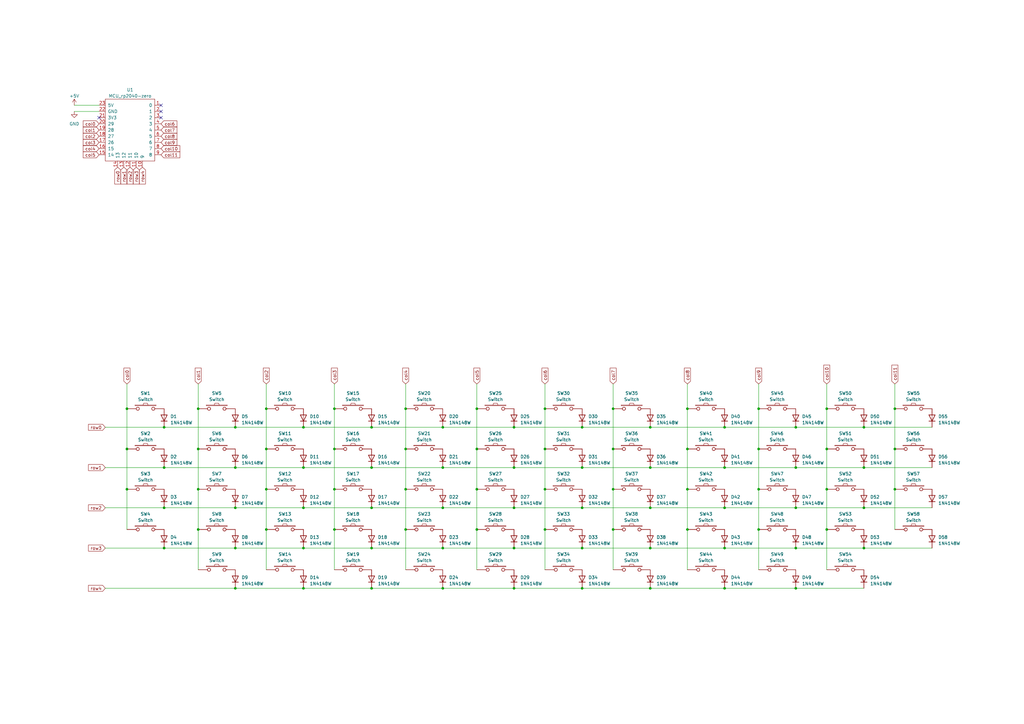
<source format=kicad_sch>
(kicad_sch (version 20230121) (generator eeschema)
  (paper "A3")
  (lib_symbols
    (symbol "Diode:1N4148W" (pin_numbers hide) (pin_names hide)
      (property "Reference" "D" (at 0 2.54 0))
      (property "Value" "1N4148W" (at 0 -2.54 0))
      (symbol "1N4148W_1_1"
        (pin passive line (at -3.81 0 0) (length 2.54) (name "K") (number "1"))
        (pin passive line (at 3.81 0 180) (length 2.54) (name "A") (number "2"))
      )
    )
    (symbol "power:+5V" (power) (pin_names (offset 0))
      (property "Value" "+5V" (at 0 3.556 0))
      (symbol "+5V_1_1"
        (pin power_in line (at 0 0 90) (length 0) hide (name "+5V") (number "1"))
      )
    )
    (symbol "power:GND" (power) (pin_names (offset 0))
      (property "Value" "GND" (at 0 -3.81 0))
      (symbol "GND_1_1"
        (pin power_in line (at 0 0 270) (length 0) hide (name "GND") (number "1"))
      )
    )
    (symbol "zzkeeb:MCU_rp2040-zero" (pin_names (offset 1.016))
      (property "Reference" "U" (at 0 15.24 0))
      (property "Value" "MCU_rp2040-zero" (at 0 12.7 0))
      (symbol "MCU_rp2040-zero_1_1"
        (pin bidirectional line (at 12.7 8.89 180) (length 2.54) (name "0") (number "1"))
        (pin bidirectional line (at 5.08 -16.51 90) (length 2.54) (name "9") (number "10"))
        (pin bidirectional line (at 2.54 -16.51 90) (length 2.54) (name "10") (number "11"))
        (pin bidirectional line (at 0 -16.51 90) (length 2.54) (name "11") (number "12"))
        (pin bidirectional line (at -2.54 -16.51 90) (length 2.54) (name "12") (number "13"))
        (pin bidirectional line (at -5.08 -16.51 90) (length 2.54) (name "13") (number "14"))
        (pin bidirectional line (at -12.7 -11.43 0) (length 2.54) (name "14") (number "15"))
        (pin bidirectional line (at -12.7 -8.89 0) (length 2.54) (name "15") (number "16"))
        (pin bidirectional line (at -12.7 -6.35 0) (length 2.54) (name "26") (number "17"))
        (pin bidirectional line (at -12.7 -3.81 0) (length 2.54) (name "27") (number "18"))
        (pin bidirectional line (at -12.7 -1.27 0) (length 2.54) (name "28") (number "19"))
        (pin bidirectional line (at 12.7 6.35 180) (length 2.54) (name "1") (number "2"))
        (pin bidirectional line (at -12.7 1.27 0) (length 2.54) (name "29") (number "20"))
        (pin power_out line (at -12.7 3.81 0) (length 2.54) (name "3V3") (number "21"))
        (pin power_out line (at -12.7 6.35 0) (length 2.54) (name "GND") (number "22"))
        (pin power_out line (at -12.7 8.89 0) (length 2.54) (name "5V") (number "23"))
        (pin bidirectional line (at 12.7 3.81 180) (length 2.54) (name "2") (number "3"))
        (pin bidirectional line (at 12.7 1.27 180) (length 2.54) (name "3") (number "4"))
        (pin bidirectional line (at 12.7 -1.27 180) (length 2.54) (name "4") (number "5"))
        (pin bidirectional line (at 12.7 -3.81 180) (length 2.54) (name "5") (number "6"))
        (pin bidirectional line (at 12.7 -6.35 180) (length 2.54) (name "6") (number "7"))
        (pin bidirectional line (at 12.7 -8.89 180) (length 2.54) (name "7") (number "8"))
        (pin bidirectional line (at 12.7 -11.43 180) (length 2.54) (name "8") (number "9"))
      )
    )
    (symbol "zzkeeb:Switch" (pin_numbers hide) (pin_names (offset 1.016) hide)
      (property "Reference" "SW" (at 0 6.35 0))
      (property "Value" "Switch" (at 0 3.81 0))
      (symbol "Switch_0_1"
        (pin passive inverted (at -7.62 0 0) (length 5.08) (name "1") (number "1"))
        (pin passive inverted (at 7.62 0 180) (length 5.08) (name "2") (number "2"))
      )
    )
  )
  (junction (at 195.58 167.64))
  (junction (at 297.18 241.3))
  (junction (at 311.15 167.64))
  (junction (at 181.61 208.28))
  (junction (at 297.18 191.77))
  (junction (at 137.16 184.15))
  (junction (at 311.15 217.17))
  (junction (at 152.4 208.28))
  (junction (at 311.15 200.66))
  (junction (at 251.46 217.17))
  (junction (at 266.7 191.77))
  (junction (at 238.76 224.79))
  (junction (at 367.03 200.66))
  (junction (at 339.09 167.64))
  (junction (at 210.82 175.26))
  (junction (at 109.22 217.17))
  (junction (at 52.07 200.66))
  (junction (at 297.18 208.28))
  (junction (at 354.33 224.79))
  (junction (at 109.22 200.66))
  (junction (at 166.37 200.66))
  (junction (at 166.37 217.17))
  (junction (at 251.46 200.66))
  (junction (at 297.18 175.26))
  (junction (at 238.76 191.77))
  (junction (at 96.52 191.77))
  (junction (at 137.16 200.66))
  (junction (at 223.52 217.17))
  (junction (at 367.03 184.15))
  (junction (at 210.82 208.28))
  (junction (at 281.94 217.17))
  (junction (at 326.39 208.28))
  (junction (at 81.28 200.66))
  (junction (at 266.7 175.26))
  (junction (at 152.4 175.26))
  (junction (at 326.39 175.26))
  (junction (at 152.4 191.77))
  (junction (at 238.76 175.26))
  (junction (at 266.7 208.28))
  (junction (at 367.03 167.64))
  (junction (at 152.4 241.3))
  (junction (at 181.61 241.3))
  (junction (at 96.52 241.3))
  (junction (at 195.58 217.17))
  (junction (at 124.46 241.3))
  (junction (at 166.37 184.15))
  (junction (at 339.09 217.17))
  (junction (at 109.22 167.64))
  (junction (at 137.16 167.64))
  (junction (at 181.61 175.26))
  (junction (at 166.37 167.64))
  (junction (at 52.07 167.64))
  (junction (at 109.22 184.15))
  (junction (at 67.31 175.26))
  (junction (at 195.58 184.15))
  (junction (at 251.46 184.15))
  (junction (at 326.39 224.79))
  (junction (at 96.52 175.26))
  (junction (at 137.16 217.17))
  (junction (at 96.52 224.79))
  (junction (at 81.28 217.17))
  (junction (at 339.09 184.15))
  (junction (at 339.09 200.66))
  (junction (at 67.31 224.79))
  (junction (at 52.07 184.15))
  (junction (at 238.76 208.28))
  (junction (at 266.7 241.3))
  (junction (at 124.46 224.79))
  (junction (at 195.58 200.66))
  (junction (at 281.94 184.15))
  (junction (at 210.82 224.79))
  (junction (at 124.46 175.26))
  (junction (at 81.28 184.15))
  (junction (at 281.94 167.64))
  (junction (at 223.52 167.64))
  (junction (at 181.61 191.77))
  (junction (at 251.46 167.64))
  (junction (at 281.94 200.66))
  (junction (at 81.28 167.64))
  (junction (at 124.46 191.77))
  (junction (at 238.76 241.3))
  (junction (at 210.82 191.77))
  (junction (at 96.52 208.28))
  (junction (at 354.33 191.77))
  (junction (at 354.33 175.26))
  (junction (at 311.15 184.15))
  (junction (at 223.52 200.66))
  (junction (at 266.7 224.79))
  (junction (at 124.46 208.28))
  (junction (at 210.82 241.3))
  (junction (at 152.4 224.79))
  (junction (at 326.39 241.3))
  (junction (at 223.52 184.15))
  (junction (at 67.31 208.28))
  (junction (at 297.18 224.79))
  (junction (at 181.61 224.79))
  (junction (at 354.33 208.28))
  (junction (at 67.31 191.77))
  (junction (at 326.39 191.77))
  (no_connect (at 66.04 43.18))
  (no_connect (at 40.64 48.26))
  (no_connect (at 66.04 48.26))
  (no_connect (at 66.04 45.72))
  (wire (pts (xy 43.18 208.28) (xy 67.31 208.28)))
  (wire (pts (xy 339.09 167.64) (xy 339.09 184.15)))
  (wire (pts (xy 81.28 157.48) (xy 81.28 167.64)))
  (wire (pts (xy 251.46 200.66) (xy 251.46 217.17)))
  (wire (pts (xy 326.39 175.26) (xy 354.33 175.26)))
  (wire (pts (xy 137.16 217.17) (xy 137.16 233.68)))
  (wire (pts (xy 81.28 200.66) (xy 81.28 217.17)))
  (wire (pts (xy 152.4 241.3) (xy 181.61 241.3)))
  (wire (pts (xy 43.18 191.77) (xy 67.31 191.77)))
  (wire (pts (xy 195.58 200.66) (xy 195.58 217.17)))
  (wire (pts (xy 354.33 224.79) (xy 382.27 224.79)))
  (wire (pts (xy 96.52 191.77) (xy 124.46 191.77)))
  (wire (pts (xy 367.03 157.48) (xy 367.03 167.64)))
  (wire (pts (xy 195.58 157.48) (xy 195.58 167.64)))
  (wire (pts (xy 96.52 175.26) (xy 124.46 175.26)))
  (wire (pts (xy 137.16 184.15) (xy 137.16 200.66)))
  (wire (pts (xy 109.22 184.15) (xy 109.22 200.66)))
  (wire (pts (xy 43.18 224.79) (xy 67.31 224.79)))
  (wire (pts (xy 281.94 157.48) (xy 281.94 167.64)))
  (wire (pts (xy 109.22 200.66) (xy 109.22 217.17)))
  (wire (pts (xy 251.46 217.17) (xy 251.46 233.68)))
  (wire (pts (xy 43.18 241.3) (xy 96.52 241.3)))
  (wire (pts (xy 137.16 167.64) (xy 137.16 184.15)))
  (wire (pts (xy 281.94 217.17) (xy 281.94 233.68)))
  (wire (pts (xy 109.22 157.48) (xy 109.22 167.64)))
  (wire (pts (xy 238.76 175.26) (xy 266.7 175.26)))
  (wire (pts (xy 152.4 208.28) (xy 181.61 208.28)))
  (wire (pts (xy 238.76 208.28) (xy 266.7 208.28)))
  (wire (pts (xy 326.39 241.3) (xy 354.33 241.3)))
  (wire (pts (xy 238.76 241.3) (xy 266.7 241.3)))
  (wire (pts (xy 124.46 241.3) (xy 152.4 241.3)))
  (wire (pts (xy 223.52 167.64) (xy 223.52 184.15)))
  (wire (pts (xy 81.28 184.15) (xy 81.28 200.66)))
  (wire (pts (xy 30.48 43.18) (xy 40.64 43.18)))
  (wire (pts (xy 181.61 224.79) (xy 210.82 224.79)))
  (wire (pts (xy 166.37 184.15) (xy 166.37 200.66)))
  (wire (pts (xy 210.82 191.77) (xy 238.76 191.77)))
  (wire (pts (xy 311.15 167.64) (xy 311.15 184.15)))
  (wire (pts (xy 109.22 167.64) (xy 109.22 184.15)))
  (wire (pts (xy 223.52 157.48) (xy 223.52 167.64)))
  (wire (pts (xy 354.33 175.26) (xy 382.27 175.26)))
  (wire (pts (xy 195.58 167.64) (xy 195.58 184.15)))
  (wire (pts (xy 210.82 241.3) (xy 238.76 241.3)))
  (wire (pts (xy 96.52 208.28) (xy 124.46 208.28)))
  (wire (pts (xy 297.18 191.77) (xy 326.39 191.77)))
  (wire (pts (xy 166.37 157.48) (xy 166.37 167.64)))
  (wire (pts (xy 52.07 200.66) (xy 52.07 217.17)))
  (wire (pts (xy 137.16 157.48) (xy 137.16 167.64)))
  (wire (pts (xy 339.09 184.15) (xy 339.09 200.66)))
  (wire (pts (xy 326.39 191.77) (xy 354.33 191.77)))
  (wire (pts (xy 152.4 175.26) (xy 181.61 175.26)))
  (wire (pts (xy 166.37 200.66) (xy 166.37 217.17)))
  (wire (pts (xy 238.76 224.79) (xy 266.7 224.79)))
  (wire (pts (xy 210.82 175.26) (xy 238.76 175.26)))
  (wire (pts (xy 297.18 175.26) (xy 326.39 175.26)))
  (wire (pts (xy 195.58 184.15) (xy 195.58 200.66)))
  (wire (pts (xy 311.15 200.66) (xy 311.15 217.17)))
  (wire (pts (xy 96.52 224.79) (xy 124.46 224.79)))
  (wire (pts (xy 266.7 224.79) (xy 297.18 224.79)))
  (wire (pts (xy 354.33 208.28) (xy 382.27 208.28)))
  (wire (pts (xy 281.94 200.66) (xy 281.94 217.17)))
  (wire (pts (xy 251.46 167.64) (xy 251.46 184.15)))
  (wire (pts (xy 311.15 157.48) (xy 311.15 167.64)))
  (wire (pts (xy 354.33 191.77) (xy 382.27 191.77)))
  (wire (pts (xy 181.61 241.3) (xy 210.82 241.3)))
  (wire (pts (xy 238.76 191.77) (xy 266.7 191.77)))
  (wire (pts (xy 67.31 175.26) (xy 96.52 175.26)))
  (wire (pts (xy 266.7 191.77) (xy 297.18 191.77)))
  (wire (pts (xy 81.28 167.64) (xy 81.28 184.15)))
  (wire (pts (xy 266.7 241.3) (xy 297.18 241.3)))
  (wire (pts (xy 166.37 217.17) (xy 166.37 233.68)))
  (wire (pts (xy 181.61 208.28) (xy 210.82 208.28)))
  (wire (pts (xy 152.4 191.77) (xy 181.61 191.77)))
  (wire (pts (xy 223.52 184.15) (xy 223.52 200.66)))
  (wire (pts (xy 67.31 224.79) (xy 96.52 224.79)))
  (wire (pts (xy 181.61 175.26) (xy 210.82 175.26)))
  (wire (pts (xy 124.46 208.28) (xy 152.4 208.28)))
  (wire (pts (xy 210.82 224.79) (xy 238.76 224.79)))
  (wire (pts (xy 367.03 167.64) (xy 367.03 184.15)))
  (wire (pts (xy 251.46 157.48) (xy 251.46 167.64)))
  (wire (pts (xy 367.03 200.66) (xy 367.03 217.17)))
  (wire (pts (xy 96.52 241.3) (xy 124.46 241.3)))
  (wire (pts (xy 152.4 224.79) (xy 181.61 224.79)))
  (wire (pts (xy 281.94 167.64) (xy 281.94 184.15)))
  (wire (pts (xy 195.58 217.17) (xy 195.58 233.68)))
  (wire (pts (xy 339.09 200.66) (xy 339.09 217.17)))
  (wire (pts (xy 311.15 217.17) (xy 311.15 233.68)))
  (wire (pts (xy 52.07 167.64) (xy 52.07 184.15)))
  (wire (pts (xy 339.09 157.48) (xy 339.09 167.64)))
  (wire (pts (xy 266.7 208.28) (xy 297.18 208.28)))
  (wire (pts (xy 266.7 175.26) (xy 297.18 175.26)))
  (wire (pts (xy 326.39 224.79) (xy 354.33 224.79)))
  (wire (pts (xy 297.18 224.79) (xy 326.39 224.79)))
  (wire (pts (xy 367.03 184.15) (xy 367.03 200.66)))
  (wire (pts (xy 43.18 175.26) (xy 67.31 175.26)))
  (wire (pts (xy 67.31 208.28) (xy 96.52 208.28)))
  (wire (pts (xy 223.52 217.17) (xy 223.52 233.68)))
  (wire (pts (xy 339.09 217.17) (xy 339.09 233.68)))
  (wire (pts (xy 137.16 200.66) (xy 137.16 217.17)))
  (wire (pts (xy 52.07 184.15) (xy 52.07 200.66)))
  (wire (pts (xy 297.18 241.3) (xy 326.39 241.3)))
  (wire (pts (xy 124.46 175.26) (xy 152.4 175.26)))
  (wire (pts (xy 67.31 191.77) (xy 96.52 191.77)))
  (wire (pts (xy 297.18 208.28) (xy 326.39 208.28)))
  (wire (pts (xy 166.37 167.64) (xy 166.37 184.15)))
  (wire (pts (xy 124.46 191.77) (xy 152.4 191.77)))
  (wire (pts (xy 210.82 208.28) (xy 238.76 208.28)))
  (wire (pts (xy 181.61 191.77) (xy 210.82 191.77)))
  (wire (pts (xy 326.39 208.28) (xy 354.33 208.28)))
  (wire (pts (xy 52.07 157.48) (xy 52.07 167.64)))
  (wire (pts (xy 109.22 217.17) (xy 109.22 233.68)))
  (wire (pts (xy 223.52 200.66) (xy 223.52 217.17)))
  (wire (pts (xy 81.28 217.17) (xy 81.28 233.68)))
  (wire (pts (xy 251.46 184.15) (xy 251.46 200.66)))
  (wire (pts (xy 124.46 224.79) (xy 152.4 224.79)))
  (wire (pts (xy 30.48 45.72) (xy 40.64 45.72)))
  (wire (pts (xy 311.15 184.15) (xy 311.15 200.66)))
  (wire (pts (xy 281.94 184.15) (xy 281.94 200.66)))
  (global_label "col8" (shape input) (at 66.04 55.88 0) (property "Intersheetrefs" "${INTERSHEET_REFS}" (effects hide)))
  (global_label "col8" (shape input) (at 281.94 157.48 90) (property "Intersheetrefs" "${INTERSHEET_REFS}" (effects hide)))
  (global_label "col4" (shape input) (at 40.64 60.96 180) (property "Intersheetrefs" "${INTERSHEET_REFS}" (effects hide)))
  (global_label "col9" (shape input) (at 311.15 157.48 90) (property "Intersheetrefs" "${INTERSHEET_REFS}" (effects hide)))
  (global_label "row3" (shape input) (at 43.18 224.79 180) (property "Intersheetrefs" "${INTERSHEET_REFS}" (effects hide)))
  (global_label "row1" (shape input) (at 43.18 191.77 180) (property "Intersheetrefs" "${INTERSHEET_REFS}" (effects hide)))
  (global_label "col9" (shape input) (at 66.04 58.42 0) (property "Intersheetrefs" "${INTERSHEET_REFS}" (effects hide)))
  (global_label "col10" (shape input) (at 66.04 60.96 0) (property "Intersheetrefs" "${INTERSHEET_REFS}" (effects hide)))
  (global_label "row0" (shape input) (at 43.18 175.26 180) (property "Intersheetrefs" "${INTERSHEET_REFS}" (effects hide)))
  (global_label "col3" (shape input) (at 137.16 157.48 90) (property "Intersheetrefs" "${INTERSHEET_REFS}" (effects hide)))
  (global_label "row1" (shape input) (at 50.8 68.58 270) (property "Intersheetrefs" "${INTERSHEET_REFS}" (effects hide)))
  (global_label "col2" (shape input) (at 40.64 55.88 180) (property "Intersheetrefs" "${INTERSHEET_REFS}" (effects hide)))
  (global_label "col3" (shape input) (at 40.64 58.42 180) (property "Intersheetrefs" "${INTERSHEET_REFS}" (effects hide)))
  (global_label "col1" (shape input) (at 40.64 53.34 180) (property "Intersheetrefs" "${INTERSHEET_REFS}" (effects hide)))
  (global_label "col4" (shape input) (at 166.37 157.48 90) (property "Intersheetrefs" "${INTERSHEET_REFS}" (effects hide)))
  (global_label "col6" (shape input) (at 223.52 157.48 90) (property "Intersheetrefs" "${INTERSHEET_REFS}" (effects hide)))
  (global_label "col11" (shape input) (at 367.03 157.48 90) (property "Intersheetrefs" "${INTERSHEET_REFS}" (effects hide)))
  (global_label "row4" (shape input) (at 43.18 241.3 180) (property "Intersheetrefs" "${INTERSHEET_REFS}" (effects hide)))
  (global_label "row0" (shape input) (at 48.26 68.58 270) (property "Intersheetrefs" "${INTERSHEET_REFS}" (effects hide)))
  (global_label "col0" (shape input) (at 40.64 50.8 180) (property "Intersheetrefs" "${INTERSHEET_REFS}" (effects hide)))
  (global_label "col5" (shape input) (at 40.64 63.5 180) (property "Intersheetrefs" "${INTERSHEET_REFS}" (effects hide)))
  (global_label "col11" (shape input) (at 66.04 63.5 0) (property "Intersheetrefs" "${INTERSHEET_REFS}" (effects hide)))
  (global_label "col2" (shape input) (at 109.22 157.48 90) (property "Intersheetrefs" "${INTERSHEET_REFS}" (effects hide)))
  (global_label "col0" (shape input) (at 52.07 157.48 90) (property "Intersheetrefs" "${INTERSHEET_REFS}" (effects hide)))
  (global_label "col7" (shape input) (at 251.46 157.48 90) (property "Intersheetrefs" "${INTERSHEET_REFS}" (effects hide)))
  (global_label "col5" (shape input) (at 195.58 157.48 90) (property "Intersheetrefs" "${INTERSHEET_REFS}" (effects hide)))
  (global_label "col6" (shape input) (at 66.04 50.8 0) (property "Intersheetrefs" "${INTERSHEET_REFS}" (effects hide)))
  (global_label "row2" (shape input) (at 53.34 68.58 270) (property "Intersheetrefs" "${INTERSHEET_REFS}" (effects hide)))
  (global_label "row2" (shape input) (at 43.18 208.28 180) (property "Intersheetrefs" "${INTERSHEET_REFS}" (effects hide)))
  (global_label "col7" (shape input) (at 66.04 53.34 0) (property "Intersheetrefs" "${INTERSHEET_REFS}" (effects hide)))
  (global_label "row4" (shape input) (at 58.42 68.58 270) (property "Intersheetrefs" "${INTERSHEET_REFS}" (effects hide)))
  (global_label "col1" (shape input) (at 81.28 157.48 90) (property "Intersheetrefs" "${INTERSHEET_REFS}" (effects hide)))
  (global_label "row3" (shape input) (at 55.88 68.58 270) (property "Intersheetrefs" "${INTERSHEET_REFS}" (effects hide)))
  (global_label "col10" (shape input) (at 339.09 157.48 90) (property "Intersheetrefs" "${INTERSHEET_REFS}" (effects hide)))
  (symbol (lib_id "zzkeeb:Switch") (at 346.71 184.15 0) (unit 1)
    (property "Reference" "SW51" (at 346.71 177.8 0))
    (property "Value" "Switch" (at 346.71 180.34 0))
    (property "Footprint" "zzkeeb:Switch_ChocV1-hotswap" (effects hide))
  )
  (symbol (lib_id "Diode:1N4148W") (at 297.18 220.98 90) (unit 1)
    (property "Reference" "D43" (at 299.72 220.345 90) (effects (justify right)))
    (property "Value" "1N4148W" (at 299.72 222.885 90) (effects (justify right)))
    (property "Footprint" "Diode_SMD:D_SOD-123F" (effects hide))
    (property "Datasheet" "https://www.vishay.com/docs/85748/1n4148w.pdf" (effects hide))
    (property "Sim.Device" "D" (effects hide))
    (property "Sim.Pins" "1=K 2=A" (effects hide))
  )
  (symbol (lib_id "Diode:1N4148W") (at 96.52 204.47 90) (unit 1)
    (property "Reference" "D7" (at 99.06 203.835 90) (effects (justify right)))
    (property "Value" "1N4148W" (at 99.06 206.375 90) (effects (justify right)))
    (property "Footprint" "Diode_SMD:D_SOD-123F" (effects hide))
    (property "Datasheet" "https://www.vishay.com/docs/85748/1n4148w.pdf" (effects hide))
    (property "Sim.Device" "D" (effects hide))
    (property "Sim.Pins" "1=K 2=A" (effects hide))
  )
  (symbol (lib_id "Diode:1N4148W") (at 266.7 171.45 90) (unit 1)
    (property "Reference" "D35" (at 269.24 170.815 90) (effects (justify right)))
    (property "Value" "1N4148W" (at 269.24 173.355 90) (effects (justify right)))
    (property "Footprint" "Diode_SMD:D_SOD-123F" (effects hide))
    (property "Datasheet" "https://www.vishay.com/docs/85748/1n4148w.pdf" (effects hide))
    (property "Sim.Device" "D" (effects hide))
    (property "Sim.Pins" "1=K 2=A" (effects hide))
  )
  (symbol (lib_id "zzkeeb:Switch") (at 289.56 233.68 0) (unit 1)
    (property "Reference" "SW44" (at 289.56 227.33 0))
    (property "Value" "Switch" (at 289.56 229.87 0))
    (property "Footprint" "zzkeeb:Switch_ChocV1-hotswap" (effects hide))
  )
  (symbol (lib_id "Diode:1N4148W") (at 354.33 204.47 90) (unit 1)
    (property "Reference" "D52" (at 356.87 203.835 90) (effects (justify right)))
    (property "Value" "1N4148W" (at 356.87 206.375 90) (effects (justify right)))
    (property "Footprint" "Diode_SMD:D_SOD-123F" (effects hide))
    (property "Datasheet" "https://www.vishay.com/docs/85748/1n4148w.pdf" (effects hide))
    (property "Sim.Device" "D" (effects hide))
    (property "Sim.Pins" "1=K 2=A" (effects hide))
  )
  (symbol (lib_id "Diode:1N4148W") (at 266.7 237.49 90) (unit 1)
    (property "Reference" "D39" (at 269.24 236.855 90) (effects (justify right)))
    (property "Value" "1N4148W" (at 269.24 239.395 90) (effects (justify right)))
    (property "Footprint" "Diode_SMD:D_SOD-123F" (effects hide))
    (property "Datasheet" "https://www.vishay.com/docs/85748/1n4148w.pdf" (effects hide))
    (property "Sim.Device" "D" (effects hide))
    (property "Sim.Pins" "1=K 2=A" (effects hide))
  )
  (symbol (lib_id "Diode:1N4148W") (at 326.39 187.96 90) (unit 1)
    (property "Reference" "D46" (at 328.93 187.325 90) (effects (justify right)))
    (property "Value" "1N4148W" (at 328.93 189.865 90) (effects (justify right)))
    (property "Footprint" "Diode_SMD:D_SOD-123F" (effects hide))
    (property "Datasheet" "https://www.vishay.com/docs/85748/1n4148w.pdf" (effects hide))
    (property "Sim.Device" "D" (effects hide))
    (property "Sim.Pins" "1=K 2=A" (effects hide))
  )
  (symbol (lib_id "Diode:1N4148W") (at 297.18 237.49 90) (unit 1)
    (property "Reference" "D44" (at 299.72 236.855 90) (effects (justify right)))
    (property "Value" "1N4148W" (at 299.72 239.395 90) (effects (justify right)))
    (property "Footprint" "Diode_SMD:D_SOD-123F" (effects hide))
    (property "Datasheet" "https://www.vishay.com/docs/85748/1n4148w.pdf" (effects hide))
    (property "Sim.Device" "D" (effects hide))
    (property "Sim.Pins" "1=K 2=A" (effects hide))
  )
  (symbol (lib_id "zzkeeb:Switch") (at 88.9 167.64 0) (unit 1)
    (property "Reference" "SW5" (at 88.9 161.29 0))
    (property "Value" "Switch" (at 88.9 163.83 0))
    (property "Footprint" "zzkeeb:Switch_ChocV1-hotswap" (effects hide))
  )
  (symbol (lib_id "Diode:1N4148W") (at 238.76 220.98 90) (unit 1)
    (property "Reference" "D33" (at 241.3 220.345 90) (effects (justify right)))
    (property "Value" "1N4148W" (at 241.3 222.885 90) (effects (justify right)))
    (property "Footprint" "Diode_SMD:D_SOD-123F" (effects hide))
    (property "Datasheet" "https://www.vishay.com/docs/85748/1n4148w.pdf" (effects hide))
    (property "Sim.Device" "D" (effects hide))
    (property "Sim.Pins" "1=K 2=A" (effects hide))
  )
  (symbol (lib_id "zzkeeb:Switch") (at 231.14 167.64 0) (unit 1)
    (property "Reference" "SW30" (at 231.14 161.29 0))
    (property "Value" "Switch" (at 231.14 163.83 0))
    (property "Footprint" "zzkeeb:Switch_ChocV1-hotswap" (effects hide))
  )
  (symbol (lib_id "Diode:1N4148W") (at 67.31 171.45 90) (unit 1)
    (property "Reference" "D1" (at 69.85 170.815 90) (effects (justify right)))
    (property "Value" "1N4148W" (at 69.85 173.355 90) (effects (justify right)))
    (property "Footprint" "Diode_SMD:D_SOD-123F" (effects hide))
    (property "Datasheet" "https://www.vishay.com/docs/85748/1n4148w.pdf" (effects hide))
    (property "Sim.Device" "D" (effects hide))
    (property "Sim.Pins" "1=K 2=A" (effects hide))
  )
  (symbol (lib_id "zzkeeb:Switch") (at 289.56 217.17 0) (unit 1)
    (property "Reference" "SW43" (at 289.56 210.82 0))
    (property "Value" "Switch" (at 289.56 213.36 0))
    (property "Footprint" "zzkeeb:Switch_ChocV1-hotswap" (effects hide))
  )
  (symbol (lib_id "zzkeeb:Switch") (at 88.9 217.17 0) (unit 1)
    (property "Reference" "SW8" (at 88.9 210.82 0))
    (property "Value" "Switch" (at 88.9 213.36 0))
    (property "Footprint" "zzkeeb:Switch_ChocV1-hotswap" (effects hide))
  )
  (symbol (lib_id "zzkeeb:Switch") (at 144.78 217.17 0) (unit 1)
    (property "Reference" "SW18" (at 144.78 210.82 0))
    (property "Value" "Switch" (at 144.78 213.36 0))
    (property "Footprint" "zzkeeb:Switch_ChocV1-hotswap" (effects hide))
  )
  (symbol (lib_id "Diode:1N4148W") (at 181.61 220.98 90) (unit 1)
    (property "Reference" "D23" (at 184.15 220.345 90) (effects (justify right)))
    (property "Value" "1N4148W" (at 184.15 222.885 90) (effects (justify right)))
    (property "Footprint" "Diode_SMD:D_SOD-123F" (effects hide))
    (property "Datasheet" "https://www.vishay.com/docs/85748/1n4148w.pdf" (effects hide))
    (property "Sim.Device" "D" (effects hide))
    (property "Sim.Pins" "1=K 2=A" (effects hide))
  )
  (symbol (lib_id "Diode:1N4148W") (at 326.39 204.47 90) (unit 1)
    (property "Reference" "D47" (at 328.93 203.835 90) (effects (justify right)))
    (property "Value" "1N4148W" (at 328.93 206.375 90) (effects (justify right)))
    (property "Footprint" "Diode_SMD:D_SOD-123F" (effects hide))
    (property "Datasheet" "https://www.vishay.com/docs/85748/1n4148w.pdf" (effects hide))
    (property "Sim.Device" "D" (effects hide))
    (property "Sim.Pins" "1=K 2=A" (effects hide))
  )
  (symbol (lib_id "Diode:1N4148W") (at 67.31 187.96 90) (unit 1)
    (property "Reference" "D2" (at 69.85 187.325 90) (effects (justify right)))
    (property "Value" "1N4148W" (at 69.85 189.865 90) (effects (justify right)))
    (property "Footprint" "Diode_SMD:D_SOD-123F" (effects hide))
    (property "Datasheet" "https://www.vishay.com/docs/85748/1n4148w.pdf" (effects hide))
    (property "Sim.Device" "D" (effects hide))
    (property "Sim.Pins" "1=K 2=A" (effects hide))
  )
  (symbol (lib_id "zzkeeb:Switch") (at 289.56 200.66 0) (unit 1)
    (property "Reference" "SW42" (at 289.56 194.31 0))
    (property "Value" "Switch" (at 289.56 196.85 0))
    (property "Footprint" "zzkeeb:Switch_ChocV1-hotswap" (effects hide))
  )
  (symbol (lib_id "zzkeeb:Switch") (at 116.84 200.66 0) (unit 1)
    (property "Reference" "SW12" (at 116.84 194.31 0))
    (property "Value" "Switch" (at 116.84 196.85 0))
    (property "Footprint" "zzkeeb:Switch_ChocV1-hotswap" (effects hide))
  )
  (symbol (lib_id "Diode:1N4148W") (at 326.39 220.98 90) (unit 1)
    (property "Reference" "D48" (at 328.93 220.345 90) (effects (justify right)))
    (property "Value" "1N4148W" (at 328.93 222.885 90) (effects (justify right)))
    (property "Footprint" "Diode_SMD:D_SOD-123F" (effects hide))
    (property "Datasheet" "https://www.vishay.com/docs/85748/1n4148w.pdf" (effects hide))
    (property "Sim.Device" "D" (effects hide))
    (property "Sim.Pins" "1=K 2=A" (effects hide))
  )
  (symbol (lib_id "Diode:1N4148W") (at 238.76 237.49 90) (unit 1)
    (property "Reference" "D34" (at 241.3 236.855 90) (effects (justify right)))
    (property "Value" "1N4148W" (at 241.3 239.395 90) (effects (justify right)))
    (property "Footprint" "Diode_SMD:D_SOD-123F" (effects hide))
    (property "Datasheet" "https://www.vishay.com/docs/85748/1n4148w.pdf" (effects hide))
    (property "Sim.Device" "D" (effects hide))
    (property "Sim.Pins" "1=K 2=A" (effects hide))
  )
  (symbol (lib_id "zzkeeb:Switch") (at 259.08 217.17 0) (unit 1)
    (property "Reference" "SW38" (at 259.08 210.82 0))
    (property "Value" "Switch" (at 259.08 213.36 0))
    (property "Footprint" "zzkeeb:Switch_ChocV1-hotswap" (effects hide))
  )
  (symbol (lib_id "zzkeeb:Switch") (at 59.69 217.17 0) (unit 1)
    (property "Reference" "SW4" (at 59.69 210.82 0))
    (property "Value" "Switch" (at 59.69 213.36 0))
    (property "Footprint" "zzkeeb:Switch_ChocV1-hotswap" (effects hide))
  )
  (symbol (lib_id "Diode:1N4148W") (at 382.27 204.47 90) (unit 1)
    (property "Reference" "D57" (at 384.81 203.835 90) (effects (justify right)))
    (property "Value" "1N4148W" (at 384.81 206.375 90) (effects (justify right)))
    (property "Footprint" "Diode_SMD:D_SOD-123F" (effects hide))
    (property "Datasheet" "https://www.vishay.com/docs/85748/1n4148w.pdf" (effects hide))
    (property "Sim.Device" "D" (effects hide))
    (property "Sim.Pins" "1=K 2=A" (effects hide))
  )
  (symbol (lib_id "zzkeeb:Switch") (at 231.14 217.17 0) (unit 1)
    (property "Reference" "SW33" (at 231.14 210.82 0))
    (property "Value" "Switch" (at 231.14 213.36 0))
    (property "Footprint" "zzkeeb:Switch_ChocV1-hotswap" (effects hide))
  )
  (symbol (lib_id "Diode:1N4148W") (at 238.76 171.45 90) (unit 1)
    (property "Reference" "D30" (at 241.3 170.815 90) (effects (justify right)))
    (property "Value" "1N4148W" (at 241.3 173.355 90) (effects (justify right)))
    (property "Footprint" "Diode_SMD:D_SOD-123F" (effects hide))
    (property "Datasheet" "https://www.vishay.com/docs/85748/1n4148w.pdf" (effects hide))
    (property "Sim.Device" "D" (effects hide))
    (property "Sim.Pins" "1=K 2=A" (effects hide))
  )
  (symbol (lib_id "zzkeeb:Switch") (at 173.99 200.66 0) (unit 1)
    (property "Reference" "SW22" (at 173.99 194.31 0))
    (property "Value" "Switch" (at 173.99 196.85 0))
    (property "Footprint" "zzkeeb:Switch_ChocV1-hotswap" (effects hide))
  )
  (symbol (lib_id "zzkeeb:Switch") (at 144.78 184.15 0) (unit 1)
    (property "Reference" "SW16" (at 144.78 177.8 0))
    (property "Value" "Switch" (at 144.78 180.34 0))
    (property "Footprint" "zzkeeb:Switch_ChocV1-hotswap" (effects hide))
  )
  (symbol (lib_id "Diode:1N4148W") (at 96.52 171.45 90) (unit 1)
    (property "Reference" "D5" (at 99.06 170.815 90) (effects (justify right)))
    (property "Value" "1N4148W" (at 99.06 173.355 90) (effects (justify right)))
    (property "Footprint" "Diode_SMD:D_SOD-123F" (effects hide))
    (property "Datasheet" "https://www.vishay.com/docs/85748/1n4148w.pdf" (effects hide))
    (property "Sim.Device" "D" (effects hide))
    (property "Sim.Pins" "1=K 2=A" (effects hide))
  )
  (symbol (lib_id "zzkeeb:Switch") (at 374.65 200.66 0) (unit 1)
    (property "Reference" "SW57" (at 374.65 194.31 0))
    (property "Value" "Switch" (at 374.65 196.85 0))
    (property "Footprint" "zzkeeb:Switch_ChocV1-hotswap" (effects hide))
  )
  (symbol (lib_id "zzkeeb:Switch") (at 231.14 233.68 0) (unit 1)
    (property "Reference" "SW34" (at 231.14 227.33 0))
    (property "Value" "Switch" (at 231.14 229.87 0))
    (property "Footprint" "zzkeeb:Switch_ChocV1-hotswap" (effects hide))
  )
  (symbol (lib_id "Diode:1N4148W") (at 382.27 220.98 90) (unit 1)
    (property "Reference" "D58" (at 384.81 220.345 90) (effects (justify right)))
    (property "Value" "1N4148W" (at 384.81 222.885 90) (effects (justify right)))
    (property "Footprint" "Diode_SMD:D_SOD-123F" (effects hide))
    (property "Datasheet" "https://www.vishay.com/docs/85748/1n4148w.pdf" (effects hide))
    (property "Sim.Device" "D" (effects hide))
    (property "Sim.Pins" "1=K 2=A" (effects hide))
  )
  (symbol (lib_id "Diode:1N4148W") (at 354.33 171.45 90) (unit 1)
    (property "Reference" "D50" (at 356.87 170.815 90) (effects (justify right)))
    (property "Value" "1N4148W" (at 356.87 173.355 90) (effects (justify right)))
    (property "Footprint" "Diode_SMD:D_SOD-123F" (effects hide))
    (property "Datasheet" "https://www.vishay.com/docs/85748/1n4148w.pdf" (effects hide))
    (property "Sim.Device" "D" (effects hide))
    (property "Sim.Pins" "1=K 2=A" (effects hide))
  )
  (symbol (lib_id "zzkeeb:Switch") (at 144.78 167.64 0) (unit 1)
    (property "Reference" "SW15" (at 144.78 161.29 0))
    (property "Value" "Switch" (at 144.78 163.83 0))
    (property "Footprint" "zzkeeb:Switch_ChocV1-hotswap" (effects hide))
  )
  (symbol (lib_id "Diode:1N4148W") (at 210.82 171.45 90) (unit 1)
    (property "Reference" "D25" (at 213.36 170.815 90) (effects (justify right)))
    (property "Value" "1N4148W" (at 213.36 173.355 90) (effects (justify right)))
    (property "Footprint" "Diode_SMD:D_SOD-123F" (effects hide))
    (property "Datasheet" "https://www.vishay.com/docs/85748/1n4148w.pdf" (effects hide))
    (property "Sim.Device" "D" (effects hide))
    (property "Sim.Pins" "1=K 2=A" (effects hide))
  )
  (symbol (lib_id "Diode:1N4148W") (at 297.18 204.47 90) (unit 1)
    (property "Reference" "D42" (at 299.72 203.835 90) (effects (justify right)))
    (property "Value" "1N4148W" (at 299.72 206.375 90) (effects (justify right)))
    (property "Footprint" "Diode_SMD:D_SOD-123F" (effects hide))
    (property "Datasheet" "https://www.vishay.com/docs/85748/1n4148w.pdf" (effects hide))
    (property "Sim.Device" "D" (effects hide))
    (property "Sim.Pins" "1=K 2=A" (effects hide))
  )
  (symbol (lib_id "Diode:1N4148W") (at 210.82 204.47 90) (unit 1)
    (property "Reference" "D27" (at 213.36 203.835 90) (effects (justify right)))
    (property "Value" "1N4148W" (at 213.36 206.375 90) (effects (justify right)))
    (property "Footprint" "Diode_SMD:D_SOD-123F" (effects hide))
    (property "Datasheet" "https://www.vishay.com/docs/85748/1n4148w.pdf" (effects hide))
    (property "Sim.Device" "D" (effects hide))
    (property "Sim.Pins" "1=K 2=A" (effects hide))
  )
  (symbol (lib_id "zzkeeb:Switch") (at 318.77 200.66 0) (unit 1)
    (property "Reference" "SW47" (at 318.77 194.31 0))
    (property "Value" "Switch" (at 318.77 196.85 0))
    (property "Footprint" "zzkeeb:Switch_ChocV1-hotswap" (effects hide))
  )
  (symbol (lib_id "Diode:1N4148W") (at 67.31 220.98 90) (unit 1)
    (property "Reference" "D4" (at 69.85 220.345 90) (effects (justify right)))
    (property "Value" "1N4148W" (at 69.85 222.885 90) (effects (justify right)))
    (property "Footprint" "Diode_SMD:D_SOD-123F" (effects hide))
    (property "Datasheet" "https://www.vishay.com/docs/85748/1n4148w.pdf" (effects hide))
    (property "Sim.Device" "D" (effects hide))
    (property "Sim.Pins" "1=K 2=A" (effects hide))
  )
  (symbol (lib_id "Diode:1N4148W") (at 96.52 220.98 90) (unit 1)
    (property "Reference" "D8" (at 99.06 220.345 90) (effects (justify right)))
    (property "Value" "1N4148W" (at 99.06 222.885 90) (effects (justify right)))
    (property "Footprint" "Diode_SMD:D_SOD-123F" (effects hide))
    (property "Datasheet" "https://www.vishay.com/docs/85748/1n4148w.pdf" (effects hide))
    (property "Sim.Device" "D" (effects hide))
    (property "Sim.Pins" "1=K 2=A" (effects hide))
  )
  (symbol (lib_id "zzkeeb:Switch") (at 59.69 184.15 0) (unit 1)
    (property "Reference" "SW2" (at 59.69 177.8 0))
    (property "Value" "Switch" (at 59.69 180.34 0))
    (property "Footprint" "zzkeeb:Switch_ChocV1-hotswap" (effects hide))
  )
  (symbol (lib_id "power:+5V") (at 30.48 43.18 0) (unit 1)
    (property "Reference" "#PWR02" (effects hide))
    (property "Value" "+5V" (at 30.48 39.37 0))
  )
  (symbol (lib_id "zzkeeb:Switch") (at 173.99 184.15 0) (unit 1)
    (property "Reference" "SW21" (at 173.99 177.8 0))
    (property "Value" "Switch" (at 173.99 180.34 0))
    (property "Footprint" "zzkeeb:Switch_ChocV1-hotswap" (effects hide))
  )
  (symbol (lib_id "Diode:1N4148W") (at 67.31 204.47 90) (unit 1)
    (property "Reference" "D3" (at 69.85 203.835 90) (effects (justify right)))
    (property "Value" "1N4148W" (at 69.85 206.375 90) (effects (justify right)))
    (property "Footprint" "Diode_SMD:D_SOD-123F" (effects hide))
    (property "Datasheet" "https://www.vishay.com/docs/85748/1n4148w.pdf" (effects hide))
    (property "Sim.Device" "D" (effects hide))
    (property "Sim.Pins" "1=K 2=A" (effects hide))
  )
  (symbol (lib_id "zzkeeb:Switch") (at 116.84 184.15 0) (unit 1)
    (property "Reference" "SW11" (at 116.84 177.8 0))
    (property "Value" "Switch" (at 116.84 180.34 0))
    (property "Footprint" "zzkeeb:Switch_ChocV1-hotswap" (effects hide))
  )
  (symbol (lib_id "Diode:1N4148W") (at 181.61 237.49 90) (unit 1)
    (property "Reference" "D24" (at 184.15 236.855 90) (effects (justify right)))
    (property "Value" "1N4148W" (at 184.15 239.395 90) (effects (justify right)))
    (property "Footprint" "Diode_SMD:D_SOD-123F" (effects hide))
    (property "Datasheet" "https://www.vishay.com/docs/85748/1n4148w.pdf" (effects hide))
    (property "Sim.Device" "D" (effects hide))
    (property "Sim.Pins" "1=K 2=A" (effects hide))
  )
  (symbol (lib_id "Diode:1N4148W") (at 297.18 171.45 90) (unit 1)
    (property "Reference" "D40" (at 299.72 170.815 90) (effects (justify right)))
    (property "Value" "1N4148W" (at 299.72 173.355 90) (effects (justify right)))
    (property "Footprint" "Diode_SMD:D_SOD-123F" (effects hide))
    (property "Datasheet" "https://www.vishay.com/docs/85748/1n4148w.pdf" (effects hide))
    (property "Sim.Device" "D" (effects hide))
    (property "Sim.Pins" "1=K 2=A" (effects hide))
  )
  (symbol (lib_id "zzkeeb:Switch") (at 173.99 233.68 0) (unit 1)
    (property "Reference" "SW24" (at 173.99 227.33 0))
    (property "Value" "Switch" (at 173.99 229.87 0))
    (property "Footprint" "zzkeeb:Switch_ChocV1-hotswap" (effects hide))
  )
  (symbol (lib_id "zzkeeb:Switch") (at 374.65 167.64 0) (unit 1)
    (property "Reference" "SW55" (at 374.65 161.29 0))
    (property "Value" "Switch" (at 374.65 163.83 0))
    (property "Footprint" "zzkeeb:Switch_ChocV1-hotswap" (effects hide))
  )
  (symbol (lib_id "zzkeeb:Switch") (at 289.56 184.15 0) (unit 1)
    (property "Reference" "SW41" (at 289.56 177.8 0))
    (property "Value" "Switch" (at 289.56 180.34 0))
    (property "Footprint" "zzkeeb:Switch_ChocV1-hotswap" (effects hide))
  )
  (symbol (lib_id "zzkeeb:Switch") (at 318.77 217.17 0) (unit 1)
    (property "Reference" "SW48" (at 318.77 210.82 0))
    (property "Value" "Switch" (at 318.77 213.36 0))
    (property "Footprint" "zzkeeb:Switch_ChocV1-hotswap" (effects hide))
  )
  (symbol (lib_id "zzkeeb:Switch") (at 259.08 184.15 0) (unit 1)
    (property "Reference" "SW36" (at 259.08 177.8 0))
    (property "Value" "Switch" (at 259.08 180.34 0))
    (property "Footprint" "zzkeeb:Switch_ChocV1-hotswap" (effects hide))
  )
  (symbol (lib_id "Diode:1N4148W") (at 266.7 187.96 90) (unit 1)
    (property "Reference" "D36" (at 269.24 187.325 90) (effects (justify right)))
    (property "Value" "1N4148W" (at 269.24 189.865 90) (effects (justify right)))
    (property "Footprint" "Diode_SMD:D_SOD-123F" (effects hide))
    (property "Datasheet" "https://www.vishay.com/docs/85748/1n4148w.pdf" (effects hide))
    (property "Sim.Device" "D" (effects hide))
    (property "Sim.Pins" "1=K 2=A" (effects hide))
  )
  (symbol (lib_id "Diode:1N4148W") (at 297.18 187.96 90) (unit 1)
    (property "Reference" "D41" (at 299.72 187.325 90) (effects (justify right)))
    (property "Value" "1N4148W" (at 299.72 189.865 90) (effects (justify right)))
    (property "Footprint" "Diode_SMD:D_SOD-123F" (effects hide))
    (property "Datasheet" "https://www.vishay.com/docs/85748/1n4148w.pdf" (effects hide))
    (property "Sim.Device" "D" (effects hide))
    (property "Sim.Pins" "1=K 2=A" (effects hide))
  )
  (symbol (lib_id "Diode:1N4148W") (at 354.33 220.98 90) (unit 1)
    (property "Reference" "D53" (at 356.87 220.345 90) (effects (justify right)))
    (property "Value" "1N4148W" (at 356.87 222.885 90) (effects (justify right)))
    (property "Footprint" "Diode_SMD:D_SOD-123F" (effects hide))
    (property "Datasheet" "https://www.vishay.com/docs/85748/1n4148w.pdf" (effects hide))
    (property "Sim.Device" "D" (effects hide))
    (property "Sim.Pins" "1=K 2=A" (effects hide))
  )
  (symbol (lib_id "Diode:1N4148W") (at 152.4 171.45 90) (unit 1)
    (property "Reference" "D15" (at 154.94 170.815 90) (effects (justify right)))
    (property "Value" "1N4148W" (at 154.94 173.355 90) (effects (justify right)))
    (property "Footprint" "Diode_SMD:D_SOD-123F" (effects hide))
    (property "Datasheet" "https://www.vishay.com/docs/85748/1n4148w.pdf" (effects hide))
    (property "Sim.Device" "D" (effects hide))
    (property "Sim.Pins" "1=K 2=A" (effects hide))
  )
  (symbol (lib_id "zzkeeb:Switch") (at 203.2 233.68 0) (unit 1)
    (property "Reference" "SW29" (at 203.2 227.33 0))
    (property "Value" "Switch" (at 203.2 229.87 0))
    (property "Footprint" "zzkeeb:Switch_ChocV1-hotswap" (effects hide))
  )
  (symbol (lib_id "zzkeeb:Switch") (at 203.2 184.15 0) (unit 1)
    (property "Reference" "SW26" (at 203.2 177.8 0))
    (property "Value" "Switch" (at 203.2 180.34 0))
    (property "Footprint" "zzkeeb:Switch_ChocV1-hotswap" (effects hide))
  )
  (symbol (lib_id "zzkeeb:Switch") (at 173.99 167.64 0) (unit 1)
    (property "Reference" "SW20" (at 173.99 161.29 0))
    (property "Value" "Switch" (at 173.99 163.83 0))
    (property "Footprint" "zzkeeb:Switch_ChocV1-hotswap" (effects hide))
  )
  (symbol (lib_id "Diode:1N4148W") (at 266.7 204.47 90) (unit 1)
    (property "Reference" "D37" (at 269.24 203.835 90) (effects (justify right)))
    (property "Value" "1N4148W" (at 269.24 206.375 90) (effects (justify right)))
    (property "Footprint" "Diode_SMD:D_SOD-123F" (effects hide))
    (property "Datasheet" "https://www.vishay.com/docs/85748/1n4148w.pdf" (effects hide))
    (property "Sim.Device" "D" (effects hide))
    (property "Sim.Pins" "1=K 2=A" (effects hide))
  )
  (symbol (lib_id "zzkeeb:Switch") (at 346.71 167.64 0) (unit 1)
    (property "Reference" "SW50" (at 346.71 161.29 0))
    (property "Value" "Switch" (at 346.71 163.83 0))
    (property "Footprint" "zzkeeb:Switch_ChocV1-hotswap" (effects hide))
  )
  (symbol (lib_id "Diode:1N4148W") (at 152.4 237.49 90) (unit 1)
    (property "Reference" "D19" (at 154.94 236.855 90) (effects (justify right)))
    (property "Value" "1N4148W" (at 154.94 239.395 90) (effects (justify right)))
    (property "Footprint" "Diode_SMD:D_SOD-123F" (effects hide))
    (property "Datasheet" "https://www.vishay.com/docs/85748/1n4148w.pdf" (effects hide))
    (property "Sim.Device" "D" (effects hide))
    (property "Sim.Pins" "1=K 2=A" (effects hide))
  )
  (symbol (lib_id "zzkeeb:Switch") (at 318.77 167.64 0) (unit 1)
    (property "Reference" "SW45" (at 318.77 161.29 0))
    (property "Value" "Switch" (at 318.77 163.83 0))
    (property "Footprint" "zzkeeb:Switch_ChocV1-hotswap" (effects hide))
  )
  (symbol (lib_id "Diode:1N4148W") (at 124.46 204.47 90) (unit 1)
    (property "Reference" "D12" (at 127 203.835 90) (effects (justify right)))
    (property "Value" "1N4148W" (at 127 206.375 90) (effects (justify right)))
    (property "Footprint" "Diode_SMD:D_SOD-123F" (effects hide))
    (property "Datasheet" "https://www.vishay.com/docs/85748/1n4148w.pdf" (effects hide))
    (property "Sim.Device" "D" (effects hide))
    (property "Sim.Pins" "1=K 2=A" (effects hide))
  )
  (symbol (lib_id "Diode:1N4148W") (at 152.4 187.96 90) (unit 1)
    (property "Reference" "D16" (at 154.94 187.325 90) (effects (justify right)))
    (property "Value" "1N4148W" (at 154.94 189.865 90) (effects (justify right)))
    (property "Footprint" "Diode_SMD:D_SOD-123F" (effects hide))
    (property "Datasheet" "https://www.vishay.com/docs/85748/1n4148w.pdf" (effects hide))
    (property "Sim.Device" "D" (effects hide))
    (property "Sim.Pins" "1=K 2=A" (effects hide))
  )
  (symbol (lib_id "Diode:1N4148W") (at 181.61 204.47 90) (unit 1)
    (property "Reference" "D22" (at 184.15 203.835 90) (effects (justify right)))
    (property "Value" "1N4148W" (at 184.15 206.375 90) (effects (justify right)))
    (property "Footprint" "Diode_SMD:D_SOD-123F" (effects hide))
    (property "Datasheet" "https://www.vishay.com/docs/85748/1n4148w.pdf" (effects hide))
    (property "Sim.Device" "D" (effects hide))
    (property "Sim.Pins" "1=K 2=A" (effects hide))
  )
  (symbol (lib_id "zzkeeb:Switch") (at 231.14 184.15 0) (unit 1)
    (property "Reference" "SW31" (at 231.14 177.8 0))
    (property "Value" "Switch" (at 231.14 180.34 0))
    (property "Footprint" "zzkeeb:Switch_ChocV1-hotswap" (effects hide))
  )
  (symbol (lib_id "zzkeeb:Switch") (at 203.2 200.66 0) (unit 1)
    (property "Reference" "SW27" (at 203.2 194.31 0))
    (property "Value" "Switch" (at 203.2 196.85 0))
    (property "Footprint" "zzkeeb:Switch_ChocV1-hotswap" (effects hide))
  )
  (symbol (lib_id "zzkeeb:Switch") (at 203.2 217.17 0) (unit 1)
    (property "Reference" "SW28" (at 203.2 210.82 0))
    (property "Value" "Switch" (at 203.2 213.36 0))
    (property "Footprint" "zzkeeb:Switch_ChocV1-hotswap" (effects hide))
  )
  (symbol (lib_id "Diode:1N4148W") (at 124.46 237.49 90) (unit 1)
    (property "Reference" "D14" (at 127 236.855 90) (effects (justify right)))
    (property "Value" "1N4148W" (at 127 239.395 90) (effects (justify right)))
    (property "Footprint" "Diode_SMD:D_SOD-123F" (effects hide))
    (property "Datasheet" "https://www.vishay.com/docs/85748/1n4148w.pdf" (effects hide))
    (property "Sim.Device" "D" (effects hide))
    (property "Sim.Pins" "1=K 2=A" (effects hide))
  )
  (symbol (lib_id "Diode:1N4148W") (at 238.76 204.47 90) (unit 1)
    (property "Reference" "D32" (at 241.3 203.835 90) (effects (justify right)))
    (property "Value" "1N4148W" (at 241.3 206.375 90) (effects (justify right)))
    (property "Footprint" "Diode_SMD:D_SOD-123F" (effects hide))
    (property "Datasheet" "https://www.vishay.com/docs/85748/1n4148w.pdf" (effects hide))
    (property "Sim.Device" "D" (effects hide))
    (property "Sim.Pins" "1=K 2=A" (effects hide))
  )
  (symbol (lib_id "zzkeeb:Switch") (at 88.9 200.66 0) (unit 1)
    (property "Reference" "SW7" (at 88.9 194.31 0))
    (property "Value" "Switch" (at 88.9 196.85 0))
    (property "Footprint" "zzkeeb:Switch_ChocV1-hotswap" (effects hide))
  )
  (symbol (lib_id "zzkeeb:Switch") (at 346.71 200.66 0) (unit 1)
    (property "Reference" "SW52" (at 346.71 194.31 0))
    (property "Value" "Switch" (at 346.71 196.85 0))
    (property "Footprint" "zzkeeb:Switch_ChocV1-hotswap" (effects hide))
  )
  (symbol (lib_id "Diode:1N4148W") (at 152.4 204.47 90) (unit 1)
    (property "Reference" "D17" (at 154.94 203.835 90) (effects (justify right)))
    (property "Value" "1N4148W" (at 154.94 206.375 90) (effects (justify right)))
    (property "Footprint" "Diode_SMD:D_SOD-123F" (effects hide))
    (property "Datasheet" "https://www.vishay.com/docs/85748/1n4148w.pdf" (effects hide))
    (property "Sim.Device" "D" (effects hide))
    (property "Sim.Pins" "1=K 2=A" (effects hide))
  )
  (symbol (lib_id "Diode:1N4148W") (at 266.7 220.98 90) (unit 1)
    (property "Reference" "D38" (at 269.24 220.345 90) (effects (justify right)))
    (property "Value" "1N4148W" (at 269.24 222.885 90) (effects (justify right)))
    (property "Footprint" "Diode_SMD:D_SOD-123F" (effects hide))
    (property "Datasheet" "https://www.vishay.com/docs/85748/1n4148w.pdf" (effects hide))
    (property "Sim.Device" "D" (effects hide))
    (property "Sim.Pins" "1=K 2=A" (effects hide))
  )
  (symbol (lib_id "Diode:1N4148W") (at 210.82 187.96 90) (unit 1)
    (property "Reference" "D26" (at 213.36 187.325 90) (effects (justify right)))
    (property "Value" "1N4148W" (at 213.36 189.865 90) (effects (justify right)))
    (property "Footprint" "Diode_SMD:D_SOD-123F" (effects hide))
    (property "Datasheet" "https://www.vishay.com/docs/85748/1n4148w.pdf" (effects hide))
    (property "Sim.Device" "D" (effects hide))
    (property "Sim.Pins" "1=K 2=A" (effects hide))
  )
  (symbol (lib_id "zzkeeb:Switch") (at 259.08 200.66 0) (unit 1)
    (property "Reference" "SW37" (at 259.08 194.31 0))
    (property "Value" "Switch" (at 259.08 196.85 0))
    (property "Footprint" "zzkeeb:Switch_ChocV1-hotswap" (effects hide))
  )
  (symbol (lib_id "zzkeeb:MCU_rp2040-zero") (at 53.34 52.07 0) (unit 1)
    (property "Reference" "U1" (at 53.34 36.83 0))
    (property "Value" "MCU_rp2040-zero" (at 53.34 39.37 0))
    (property "Footprint" "zzkeeb:MCU_rp2040-zero-smd" (effects hide))
  )
  (symbol (lib_id "Diode:1N4148W") (at 124.46 187.96 90) (unit 1)
    (property "Reference" "D11" (at 127 187.325 90) (effects (justify right)))
    (property "Value" "1N4148W" (at 127 189.865 90) (effects (justify right)))
    (property "Footprint" "Diode_SMD:D_SOD-123F" (effects hide))
    (property "Datasheet" "https://www.vishay.com/docs/85748/1n4148w.pdf" (effects hide))
    (property "Sim.Device" "D" (effects hide))
    (property "Sim.Pins" "1=K 2=A" (effects hide))
  )
  (symbol (lib_id "Diode:1N4148W") (at 210.82 220.98 90) (unit 1)
    (property "Reference" "D28" (at 213.36 220.345 90) (effects (justify right)))
    (property "Value" "1N4148W" (at 213.36 222.885 90) (effects (justify right)))
    (property "Footprint" "Diode_SMD:D_SOD-123F" (effects hide))
    (property "Datasheet" "https://www.vishay.com/docs/85748/1n4148w.pdf" (effects hide))
    (property "Sim.Device" "D" (effects hide))
    (property "Sim.Pins" "1=K 2=A" (effects hide))
  )
  (symbol (lib_id "zzkeeb:Switch") (at 374.65 217.17 0) (unit 1)
    (property "Reference" "SW58" (at 374.65 210.82 0))
    (property "Value" "Switch" (at 374.65 213.36 0))
    (property "Footprint" "zzkeeb:Switch_ChocV1-hotswap" (effects hide))
  )
  (symbol (lib_id "power:GND") (at 30.48 45.72 0) (unit 1)
    (property "Reference" "#PWR01" (effects hide))
    (property "Value" "GND" (at 30.48 50.8 0))
  )
  (symbol (lib_id "Diode:1N4148W") (at 210.82 237.49 90) (unit 1)
    (property "Reference" "D29" (at 213.36 236.855 90) (effects (justify right)))
    (property "Value" "1N4148W" (at 213.36 239.395 90) (effects (justify right)))
    (property "Footprint" "Diode_SMD:D_SOD-123F" (effects hide))
    (property "Datasheet" "https://www.vishay.com/docs/85748/1n4148w.pdf" (effects hide))
    (property "Sim.Device" "D" (effects hide))
    (property "Sim.Pins" "1=K 2=A" (effects hide))
  )
  (symbol (lib_id "zzkeeb:Switch") (at 231.14 200.66 0) (unit 1)
    (property "Reference" "SW32" (at 231.14 194.31 0))
    (property "Value" "Switch" (at 231.14 196.85 0))
    (property "Footprint" "zzkeeb:Switch_ChocV1-hotswap" (effects hide))
  )
  (symbol (lib_id "zzkeeb:Switch") (at 59.69 167.64 0) (unit 1)
    (property "Reference" "SW1" (at 59.69 161.29 0))
    (property "Value" "Switch" (at 59.69 163.83 0))
    (property "Footprint" "zzkeeb:Switch_ChocV1-hotswap" (effects hide))
  )
  (symbol (lib_id "Diode:1N4148W") (at 181.61 171.45 90) (unit 1)
    (property "Reference" "D20" (at 184.15 170.815 90) (effects (justify right)))
    (property "Value" "1N4148W" (at 184.15 173.355 90) (effects (justify right)))
    (property "Footprint" "Diode_SMD:D_SOD-123F" (effects hide))
    (property "Datasheet" "https://www.vishay.com/docs/85748/1n4148w.pdf" (effects hide))
    (property "Sim.Device" "D" (effects hide))
    (property "Sim.Pins" "1=K 2=A" (effects hide))
  )
  (symbol (lib_id "Diode:1N4148W") (at 326.39 171.45 90) (unit 1)
    (property "Reference" "D45" (at 328.93 170.815 90) (effects (justify right)))
    (property "Value" "1N4148W" (at 328.93 173.355 90) (effects (justify right)))
    (property "Footprint" "Diode_SMD:D_SOD-123F" (effects hide))
    (property "Datasheet" "https://www.vishay.com/docs/85748/1n4148w.pdf" (effects hide))
    (property "Sim.Device" "D" (effects hide))
    (property "Sim.Pins" "1=K 2=A" (effects hide))
  )
  (symbol (lib_id "zzkeeb:Switch") (at 259.08 233.68 0) (unit 1)
    (property "Reference" "SW39" (at 259.08 227.33 0))
    (property "Value" "Switch" (at 259.08 229.87 0))
    (property "Footprint" "zzkeeb:Switch_ChocV1-hotswap" (effects hide))
  )
  (symbol (lib_id "zzkeeb:Switch") (at 144.78 200.66 0) (unit 1)
    (property "Reference" "SW17" (at 144.78 194.31 0))
    (property "Value" "Switch" (at 144.78 196.85 0))
    (property "Footprint" "zzkeeb:Switch_ChocV1-hotswap" (effects hide))
  )
  (symbol (lib_id "zzkeeb:Switch") (at 346.71 233.68 0) (unit 1)
    (property "Reference" "SW54" (at 346.71 227.33 0))
    (property "Value" "Switch" (at 346.71 229.87 0))
    (property "Footprint" "zzkeeb:Switch_ChocV1-hotswap" (effects hide))
  )
  (symbol (lib_id "Diode:1N4148W") (at 96.52 187.96 90) (unit 1)
    (property "Reference" "D6" (at 99.06 187.325 90) (effects (justify right)))
    (property "Value" "1N4148W" (at 99.06 189.865 90) (effects (justify right)))
    (property "Footprint" "Diode_SMD:D_SOD-123F" (effects hide))
    (property "Datasheet" "https://www.vishay.com/docs/85748/1n4148w.pdf" (effects hide))
    (property "Sim.Device" "D" (effects hide))
    (property "Sim.Pins" "1=K 2=A" (effects hide))
  )
  (symbol (lib_id "zzkeeb:Switch") (at 88.9 233.68 0) (unit 1)
    (property "Reference" "SW9" (at 88.9 227.33 0))
    (property "Value" "Switch" (at 88.9 229.87 0))
    (property "Footprint" "zzkeeb:Switch_ChocV1-hotswap" (effects hide))
  )
  (symbol (lib_id "Diode:1N4148W") (at 382.27 171.45 90) (unit 1)
    (property "Reference" "D55" (at 384.81 170.815 90) (effects (justify right)))
    (property "Value" "1N4148W" (at 384.81 173.355 90) (effects (justify right)))
    (property "Footprint" "Diode_SMD:D_SOD-123F" (effects hide))
    (property "Datasheet" "https://www.vishay.com/docs/85748/1n4148w.pdf" (effects hide))
    (property "Sim.Device" "D" (effects hide))
    (property "Sim.Pins" "1=K 2=A" (effects hide))
  )
  (symbol (lib_id "zzkeeb:Switch") (at 374.65 184.15 0) (unit 1)
    (property "Reference" "SW56" (at 374.65 177.8 0))
    (property "Value" "Switch" (at 374.65 180.34 0))
    (property "Footprint" "zzkeeb:Switch_ChocV1-hotswap" (effects hide))
  )
  (symbol (lib_id "zzkeeb:Switch") (at 173.99 217.17 0) (unit 1)
    (property "Reference" "SW23" (at 173.99 210.82 0))
    (property "Value" "Switch" (at 173.99 213.36 0))
    (property "Footprint" "zzkeeb:Switch_ChocV1-hotswap" (effects hide))
  )
  (symbol (lib_id "zzkeeb:Switch") (at 318.77 233.68 0) (unit 1)
    (property "Reference" "SW49" (at 318.77 227.33 0))
    (property "Value" "Switch" (at 318.77 229.87 0))
    (property "Footprint" "zzkeeb:Switch_ChocV1-hotswap" (effects hide))
  )
  (symbol (lib_id "Diode:1N4148W") (at 326.39 237.49 90) (unit 1)
    (property "Reference" "D49" (at 328.93 236.855 90) (effects (justify right)))
    (property "Value" "1N4148W" (at 328.93 239.395 90) (effects (justify right)))
    (property "Footprint" "Diode_SMD:D_SOD-123F" (effects hide))
    (property "Datasheet" "https://www.vishay.com/docs/85748/1n4148w.pdf" (effects hide))
    (property "Sim.Device" "D" (effects hide))
    (property "Sim.Pins" "1=K 2=A" (effects hide))
  )
  (symbol (lib_id "zzkeeb:Switch") (at 144.78 233.68 0) (unit 1)
    (property "Reference" "SW19" (at 144.78 227.33 0))
    (property "Value" "Switch" (at 144.78 229.87 0))
    (property "Footprint" "zzkeeb:Switch_ChocV1-hotswap" (effects hide))
  )
  (symbol (lib_id "zzkeeb:Switch") (at 346.71 217.17 0) (unit 1)
    (property "Reference" "SW53" (at 346.71 210.82 0))
    (property "Value" "Switch" (at 346.71 213.36 0))
    (property "Footprint" "zzkeeb:Switch_ChocV1-hotswap" (effects hide))
  )
  (symbol (lib_id "Diode:1N4148W") (at 354.33 237.49 90) (unit 1)
    (property "Reference" "D54" (at 356.87 236.855 90) (effects (justify right)))
    (property "Value" "1N4148W" (at 356.87 239.395 90) (effects (justify right)))
    (property "Footprint" "Diode_SMD:D_SOD-123F" (effects hide))
    (property "Datasheet" "https://www.vishay.com/docs/85748/1n4148w.pdf" (effects hide))
    (property "Sim.Device" "D" (effects hide))
    (property "Sim.Pins" "1=K 2=A" (effects hide))
  )
  (symbol (lib_id "zzkeeb:Switch") (at 203.2 167.64 0) (unit 1)
    (property "Reference" "SW25" (at 203.2 161.29 0))
    (property "Value" "Switch" (at 203.2 163.83 0))
    (property "Footprint" "zzkeeb:Switch_ChocV1-hotswap" (effects hide))
  )
  (symbol (lib_id "Diode:1N4148W") (at 354.33 187.96 90) (unit 1)
    (property "Reference" "D51" (at 356.87 187.325 90) (effects (justify right)))
    (property "Value" "1N4148W" (at 356.87 189.865 90) (effects (justify right)))
    (property "Footprint" "Diode_SMD:D_SOD-123F" (effects hide))
    (property "Datasheet" "https://www.vishay.com/docs/85748/1n4148w.pdf" (effects hide))
    (property "Sim.Device" "D" (effects hide))
    (property "Sim.Pins" "1=K 2=A" (effects hide))
  )
  (symbol (lib_id "zzkeeb:Switch") (at 318.77 184.15 0) (unit 1)
    (property "Reference" "SW46" (at 318.77 177.8 0))
    (property "Value" "Switch" (at 318.77 180.34 0))
    (property "Footprint" "zzkeeb:Switch_ChocV1-hotswap" (effects hide))
  )
  (symbol (lib_id "zzkeeb:Switch") (at 59.69 200.66 0) (unit 1)
    (property "Reference" "SW3" (at 59.69 194.31 0))
    (property "Value" "Switch" (at 59.69 196.85 0))
    (property "Footprint" "zzkeeb:Switch_ChocV1-hotswap" (effects hide))
  )
  (symbol (lib_id "Diode:1N4148W") (at 238.76 187.96 90) (unit 1)
    (property "Reference" "D31" (at 241.3 187.325 90) (effects (justify right)))
    (property "Value" "1N4148W" (at 241.3 189.865 90) (effects (justify right)))
    (property "Footprint" "Diode_SMD:D_SOD-123F" (effects hide))
    (property "Datasheet" "https://www.vishay.com/docs/85748/1n4148w.pdf" (effects hide))
    (property "Sim.Device" "D" (effects hide))
    (property "Sim.Pins" "1=K 2=A" (effects hide))
  )
  (symbol (lib_id "Diode:1N4148W") (at 382.27 187.96 90) (unit 1)
    (property "Reference" "D56" (at 384.81 187.325 90) (effects (justify right)))
    (property "Value" "1N4148W" (at 384.81 189.865 90) (effects (justify right)))
    (property "Footprint" "Diode_SMD:D_SOD-123F" (effects hide))
    (property "Datasheet" "https://www.vishay.com/docs/85748/1n4148w.pdf" (effects hide))
    (property "Sim.Device" "D" (effects hide))
    (property "Sim.Pins" "1=K 2=A" (effects hide))
  )
  (symbol (lib_id "zzkeeb:Switch") (at 116.84 217.17 0) (unit 1)
    (property "Reference" "SW13" (at 116.84 210.82 0))
    (property "Value" "Switch" (at 116.84 213.36 0))
    (property "Footprint" "zzkeeb:Switch_ChocV1-hotswap" (effects hide))
  )
  (symbol (lib_id "zzkeeb:Switch") (at 116.84 167.64 0) (unit 1)
    (property "Reference" "SW10" (at 116.84 161.29 0))
    (property "Value" "Switch" (at 116.84 163.83 0))
    (property "Footprint" "zzkeeb:Switch_ChocV1-hotswap" (effects hide))
  )
  (symbol (lib_id "zzkeeb:Switch") (at 259.08 167.64 0) (unit 1)
    (property "Reference" "SW35" (at 259.08 161.29 0))
    (property "Value" "Switch" (at 259.08 163.83 0))
    (property "Footprint" "zzkeeb:Switch_ChocV1-hotswap" (effects hide))
  )
  (symbol (lib_id "Diode:1N4148W") (at 152.4 220.98 90) (unit 1)
    (property "Reference" "D18" (at 154.94 220.345 90) (effects (justify right)))
    (property "Value" "1N4148W" (at 154.94 222.885 90) (effects (justify right)))
    (property "Footprint" "Diode_SMD:D_SOD-123F" (effects hide))
    (property "Datasheet" "https://www.vishay.com/docs/85748/1n4148w.pdf" (effects hide))
    (property "Sim.Device" "D" (effects hide))
    (property "Sim.Pins" "1=K 2=A" (effects hide))
  )
  (symbol (lib_id "Diode:1N4148W") (at 124.46 220.98 90) (unit 1)
    (property "Reference" "D13" (at 127 220.345 90) (effects (justify right)))
    (property "Value" "1N4148W" (at 127 222.885 90) (effects (justify right)))
    (property "Footprint" "Diode_SMD:D_SOD-123F" (effects hide))
    (property "Datasheet" "https://www.vishay.com/docs/85748/1n4148w.pdf" (effects hide))
    (property "Sim.Device" "D" (effects hide))
    (property "Sim.Pins" "1=K 2=A" (effects hide))
  )
  (symbol (lib_id "zzkeeb:Switch") (at 289.56 167.64 0) (unit 1)
    (property "Reference" "SW40" (at 289.56 161.29 0))
    (property "Value" "Switch" (at 289.56 163.83 0))
    (property "Footprint" "zzkeeb:Switch_ChocV1-hotswap" (effects hide))
  )
  (symbol (lib_id "zzkeeb:Switch") (at 88.9 184.15 0) (unit 1)
    (property "Reference" "SW6" (at 88.9 177.8 0))
    (property "Value" "Switch" (at 88.9 180.34 0))
    (property "Footprint" "zzkeeb:Switch_ChocV1-hotswap" (effects hide))
  )
  (symbol (lib_id "Diode:1N4148W") (at 124.46 171.45 90) (unit 1)
    (property "Reference" "D10" (at 127 170.815 90) (effects (justify right)))
    (property "Value" "1N4148W" (at 127 173.355 90) (effects (justify right)))
    (property "Footprint" "Diode_SMD:D_SOD-123F" (effects hide))
    (property "Datasheet" "https://www.vishay.com/docs/85748/1n4148w.pdf" (effects hide))
    (property "Sim.Device" "D" (effects hide))
    (property "Sim.Pins" "1=K 2=A" (effects hide))
  )
  (symbol (lib_id "Diode:1N4148W") (at 181.61 187.96 90) (unit 1)
    (property "Reference" "D21" (at 184.15 187.325 90) (effects (justify right)))
    (property "Value" "1N4148W" (at 184.15 189.865 90) (effects (justify right)))
    (property "Footprint" "Diode_SMD:D_SOD-123F" (effects hide))
    (property "Datasheet" "https://www.vishay.com/docs/85748/1n4148w.pdf" (effects hide))
    (property "Sim.Device" "D" (effects hide))
    (property "Sim.Pins" "1=K 2=A" (effects hide))
  )
  (symbol (lib_id "Diode:1N4148W") (at 96.52 237.49 90) (unit 1)
    (property "Reference" "D9" (at 99.06 236.855 90) (effects (justify right)))
    (property "Value" "1N4148W" (at 99.06 239.395 90) (effects (justify right)))
    (property "Footprint" "Diode_SMD:D_SOD-123F" (effects hide))
    (property "Datasheet" "https://www.vishay.com/docs/85748/1n4148w.pdf" (effects hide))
    (property "Sim.Device" "D" (effects hide))
    (property "Sim.Pins" "1=K 2=A" (effects hide))
  )
  (symbol (lib_id "zzkeeb:Switch") (at 116.84 233.68 0) (unit 1)
    (property "Reference" "SW14" (at 116.84 227.33 0))
    (property "Value" "Switch" (at 116.84 229.87 0))
    (property "Footprint" "zzkeeb:Switch_ChocV1-hotswap" (effects hide))
  )
)
</source>
